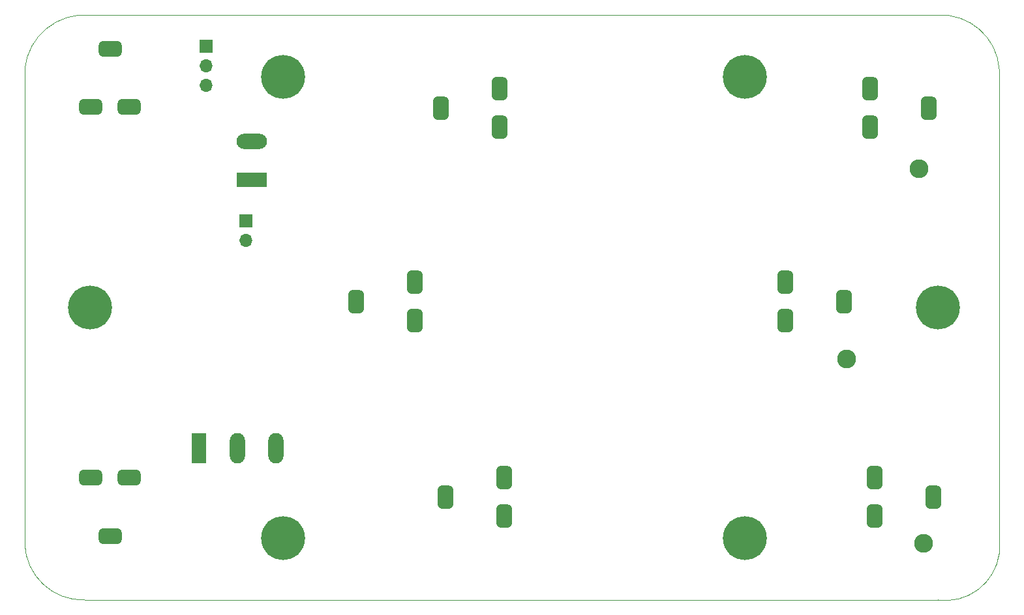
<source format=gbr>
%TF.GenerationSoftware,KiCad,Pcbnew,(6.0.7)*%
%TF.CreationDate,2022-11-15T15:08:32+02:00*%
%TF.ProjectId,Cell_Holder_Board,43656c6c-5f48-46f6-9c64-65725f426f61,rev?*%
%TF.SameCoordinates,Original*%
%TF.FileFunction,Soldermask,Bot*%
%TF.FilePolarity,Negative*%
%FSLAX46Y46*%
G04 Gerber Fmt 4.6, Leading zero omitted, Abs format (unit mm)*
G04 Created by KiCad (PCBNEW (6.0.7)) date 2022-11-15 15:08:32*
%MOMM*%
%LPD*%
G01*
G04 APERTURE LIST*
G04 Aperture macros list*
%AMRoundRect*
0 Rectangle with rounded corners*
0 $1 Rounding radius*
0 $2 $3 $4 $5 $6 $7 $8 $9 X,Y pos of 4 corners*
0 Add a 4 corners polygon primitive as box body*
4,1,4,$2,$3,$4,$5,$6,$7,$8,$9,$2,$3,0*
0 Add four circle primitives for the rounded corners*
1,1,$1+$1,$2,$3*
1,1,$1+$1,$4,$5*
1,1,$1+$1,$6,$7*
1,1,$1+$1,$8,$9*
0 Add four rect primitives between the rounded corners*
20,1,$1+$1,$2,$3,$4,$5,0*
20,1,$1+$1,$4,$5,$6,$7,0*
20,1,$1+$1,$6,$7,$8,$9,0*
20,1,$1+$1,$8,$9,$2,$3,0*%
G04 Aperture macros list end*
%TA.AperFunction,Profile*%
%ADD10C,0.100000*%
%TD*%
%ADD11C,5.700000*%
%ADD12C,3.600000*%
%ADD13R,1.700000X1.700000*%
%ADD14O,1.700000X1.700000*%
%ADD15R,1.980000X3.960000*%
%ADD16O,1.980000X3.960000*%
%ADD17R,3.960000X1.980000*%
%ADD18O,3.960000X1.980000*%
%ADD19C,2.450000*%
%ADD20RoundRect,0.500000X1.000000X0.500000X-1.000000X0.500000X-1.000000X-0.500000X1.000000X-0.500000X0*%
%ADD21RoundRect,0.500000X-1.000000X-0.500000X1.000000X-0.500000X1.000000X0.500000X-1.000000X0.500000X0*%
%ADD22RoundRect,0.500000X-0.500000X1.000000X-0.500000X-1.000000X0.500000X-1.000000X0.500000X1.000000X0*%
%ADD23RoundRect,0.500000X0.500000X-1.000000X0.500000X1.000000X-0.500000X1.000000X-0.500000X-1.000000X0*%
G04 APERTURE END LIST*
D10*
X157658800Y-34927400D02*
X47658800Y-34927400D01*
X165658800Y-104927400D02*
X165658800Y-41927400D01*
X157658800Y-110927402D02*
G75*
G03*
X165658800Y-104927400I1010310J6986252D01*
G01*
X39158800Y-41927400D02*
X39158800Y-103677400D01*
X165658813Y-41927399D02*
G75*
G03*
X157658800Y-34927400I-7530713J-535101D01*
G01*
X39158800Y-103677400D02*
G75*
G03*
X46908800Y-110927400I7563800J318200D01*
G01*
X46908800Y-110927400D02*
X157658800Y-110927400D01*
X47658801Y-34927391D02*
G75*
G03*
X39158800Y-41927400I-731661J-7772269D01*
G01*
D11*
%TO.C,H6*%
X47658800Y-72927400D03*
D12*
X47658800Y-72927400D03*
%TD*%
D13*
%TO.C,JP1*%
X62712600Y-38989000D03*
D14*
X62712600Y-41529000D03*
X62712600Y-44069000D03*
%TD*%
D11*
%TO.C,H5*%
X72658800Y-42927400D03*
D12*
X72658800Y-42927400D03*
%TD*%
%TO.C,H2*%
X132658800Y-102927400D03*
D11*
X132658800Y-102927400D03*
%TD*%
D13*
%TO.C,J1*%
X67893800Y-61691200D03*
D14*
X67893800Y-64231200D03*
%TD*%
D15*
%TO.C,J2*%
X61772800Y-91236800D03*
D16*
X66772800Y-91236800D03*
X71772800Y-91236800D03*
%TD*%
D11*
%TO.C,H1*%
X72658800Y-102927400D03*
D12*
X72658800Y-102927400D03*
%TD*%
D11*
%TO.C,H3*%
X157658800Y-72927400D03*
D12*
X157658800Y-72927400D03*
%TD*%
D17*
%TO.C,J3*%
X68656200Y-56311800D03*
D18*
X68656200Y-51311800D03*
%TD*%
D11*
%TO.C,H4*%
X132658800Y-42927400D03*
D12*
X132658800Y-42927400D03*
%TD*%
D19*
%TO.C,BT3*%
X155829600Y-103539200D03*
%TD*%
%TO.C,BT1*%
X155220000Y-54923600D03*
%TD*%
%TO.C,BT2*%
X145847400Y-79612400D03*
%TD*%
D20*
%TO.C,BT5*%
X47713400Y-46875700D03*
X50213400Y-39275700D03*
X52713400Y-46875700D03*
D21*
X50213400Y-102608700D03*
X47713400Y-95008700D03*
X52713400Y-95008700D03*
%TD*%
D22*
%TO.C,BT6*%
X93758700Y-97538400D03*
X101358700Y-100038400D03*
X101358700Y-95038400D03*
D23*
X149491700Y-95038400D03*
X157091700Y-97538400D03*
X149491700Y-100038400D03*
%TD*%
D22*
%TO.C,BT8*%
X89789000Y-69621400D03*
X89789000Y-74621400D03*
X82189000Y-72121400D03*
D23*
X137922000Y-69621400D03*
X145522000Y-72121400D03*
X137922000Y-74621400D03*
%TD*%
D22*
%TO.C,BT7*%
X100761800Y-44475400D03*
X100761800Y-49475400D03*
X93161800Y-46975400D03*
D23*
X148894800Y-44475400D03*
X148894800Y-49475400D03*
X156494800Y-46975400D03*
%TD*%
M02*

</source>
